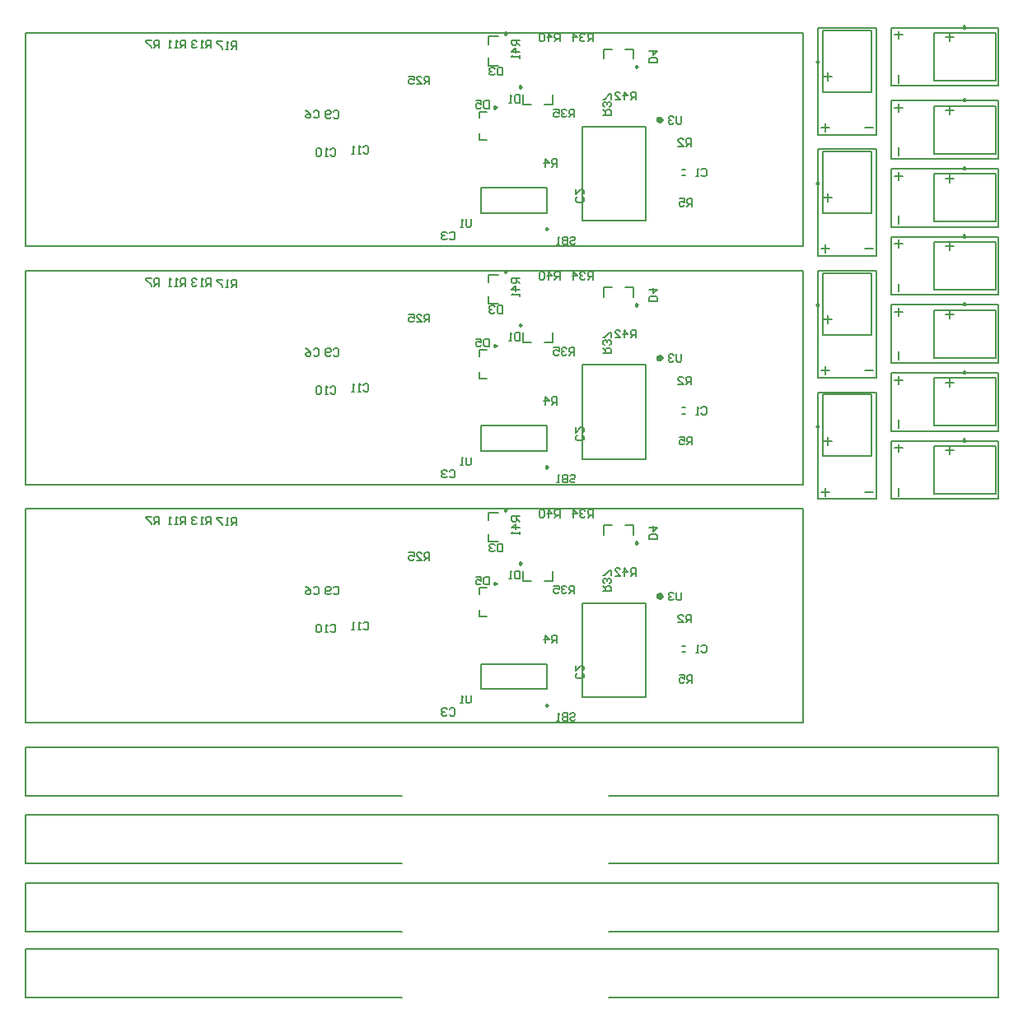
<source format=gbo>
G04*
G04 #@! TF.GenerationSoftware,Altium Limited,Altium Designer,20.1.14 (287)*
G04*
G04 Layer_Color=32896*
%FSLAX25Y25*%
%MOIN*%
G70*
G04*
G04 #@! TF.SameCoordinates,DA88C76E-B398-4153-8C2D-C889442453F1*
G04*
G04*
G04 #@! TF.FilePolarity,Positive*
G04*
G01*
G75*
%ADD58C,0.00669*%
%ADD59C,0.00787*%
%ADD60C,0.01378*%
%ADD61C,0.00984*%
%ADD62C,0.00630*%
%ADD63C,0.00591*%
D58*
X339896Y205709D02*
X343175D01*
X323819Y207349D02*
Y204069D01*
X322179Y205709D02*
X325459D01*
X324803Y228018D02*
Y224738D01*
X323163Y226378D02*
X326443D01*
X339896Y254921D02*
X343175D01*
X323819Y256561D02*
Y253281D01*
X322179Y254921D02*
X325459D01*
X324803Y277230D02*
Y273951D01*
X323163Y275590D02*
X326443D01*
X339896Y304134D02*
X343175D01*
X323819Y305774D02*
Y302494D01*
X322179Y304134D02*
X325459D01*
X324803Y326443D02*
Y323163D01*
X323163Y324803D02*
X326443D01*
X339896Y353346D02*
X343175D01*
X323819Y354986D02*
Y351707D01*
X322179Y353346D02*
X325459D01*
X324803Y375656D02*
Y372376D01*
X323163Y374016D02*
X326443D01*
X353346Y374671D02*
Y371392D01*
X354986Y390748D02*
X351707D01*
X353346Y392388D02*
Y389108D01*
X375656Y389764D02*
X372376D01*
X374016Y391404D02*
Y388124D01*
X353346Y345144D02*
Y341864D01*
X354986Y361221D02*
X351707D01*
X353346Y362860D02*
Y359581D01*
X375656Y360236D02*
X372376D01*
X374016Y361876D02*
Y358596D01*
X353346Y317585D02*
Y314305D01*
X354986Y333661D02*
X351707D01*
X353346Y335301D02*
Y332021D01*
X375656Y332677D02*
X372376D01*
X374016Y334317D02*
Y331037D01*
X353346Y290026D02*
Y286746D01*
X354986Y306102D02*
X351707D01*
X353346Y307742D02*
Y304463D01*
X375656Y305118D02*
X372376D01*
X374016Y306758D02*
Y303478D01*
X353346Y262467D02*
Y259187D01*
X354986Y278543D02*
X351707D01*
X353346Y280183D02*
Y276903D01*
X375656Y277559D02*
X372376D01*
X374016Y279199D02*
Y275919D01*
X353346Y234908D02*
Y231628D01*
X354986Y250984D02*
X351707D01*
X353346Y252624D02*
Y249344D01*
X375656Y250000D02*
X372376D01*
X374016Y251640D02*
Y248360D01*
X353346Y207349D02*
Y204069D01*
X354986Y223425D02*
X351707D01*
X353346Y225065D02*
Y221785D01*
X375656Y222441D02*
X372376D01*
X374016Y224081D02*
Y220801D01*
D59*
X342382Y245083D02*
Y220083D01*
Y245083D02*
X322972D01*
Y220083D01*
X342382D02*
X322972D01*
X342382Y294296D02*
Y269296D01*
Y294296D02*
X322972D01*
Y269296D01*
X342382D02*
X322972D01*
X342382Y343509D02*
Y318509D01*
Y343509D02*
X322972D01*
Y318509D01*
X342382D02*
X322972D01*
X342382Y392721D02*
Y367721D01*
Y392721D02*
X322972D01*
Y367721D01*
X342382D02*
X322972D01*
X392721Y372185D02*
X367721D01*
X392721D02*
Y391595D01*
X367721D01*
Y372185D02*
Y391595D01*
X392721Y342657D02*
X367721D01*
X392721D02*
Y362067D01*
X367721D01*
Y342657D02*
Y362067D01*
X392721Y315098D02*
X367721D01*
X392721D02*
Y334508D01*
X367721D01*
Y315098D02*
Y334508D01*
X392721Y287539D02*
X367721D01*
X392721D02*
Y306949D01*
X367721D01*
Y287539D02*
Y306949D01*
X392721Y259980D02*
X367721D01*
X392721D02*
Y279390D01*
X367721D01*
Y259980D02*
Y279390D01*
X392721Y232421D02*
X367721D01*
X392721D02*
Y251831D01*
X367721D01*
Y232421D02*
Y251831D01*
X392721Y204862D02*
X367721D01*
X392721D02*
Y224272D01*
X367721D01*
Y204862D02*
Y224272D01*
X234252Y385039D02*
X237402D01*
X234252Y381102D02*
Y385039D01*
X242913D02*
X246063D01*
Y381102D02*
Y385039D01*
X187401Y378346D02*
Y381496D01*
Y378346D02*
X191339D01*
X187401Y387008D02*
Y390158D01*
X191339D01*
X183661Y359685D02*
X186870D01*
X183661Y357087D02*
Y359685D01*
Y348189D02*
X186870D01*
X183661D02*
Y350787D01*
X210236Y362598D02*
X213386D01*
Y366535D01*
X201575Y362598D02*
X204724D01*
X201575D02*
Y366535D01*
X265945Y333760D02*
X267126D01*
X265945Y336319D02*
X267126D01*
X184646Y318701D02*
X211024D01*
X184646Y328937D02*
X211024D01*
Y318701D02*
Y328937D01*
X184646Y318701D02*
Y328937D01*
X250984Y315433D02*
Y335433D01*
X225394D02*
X225394Y315433D01*
X250984D01*
Y335433D02*
X250984Y353543D01*
X225394Y335433D02*
Y353543D01*
X250984D01*
X234252Y288583D02*
X237402D01*
X234252Y284646D02*
Y288583D01*
X242913D02*
X246063D01*
Y284646D02*
Y288583D01*
X187401Y281890D02*
Y285039D01*
Y281890D02*
X191339D01*
X187401Y290551D02*
Y293701D01*
X191339D01*
X183661Y263228D02*
X186870D01*
X183661Y260630D02*
Y263228D01*
Y251732D02*
X186870D01*
X183661D02*
Y254331D01*
X210236Y266142D02*
X213386D01*
Y270079D01*
X201575Y266142D02*
X204724D01*
X201575D02*
Y270079D01*
X265945Y237303D02*
X267126D01*
X265945Y239862D02*
X267126D01*
X184646Y222244D02*
X211024D01*
X184646Y232480D02*
X211024D01*
Y222244D02*
Y232480D01*
X184646Y222244D02*
Y232480D01*
X250984Y218976D02*
Y238976D01*
X225394D02*
X225394Y218976D01*
X250984D01*
Y238976D02*
X250984Y257087D01*
X225394Y238976D02*
Y257087D01*
X250984D01*
X234252Y192126D02*
X237402D01*
X234252Y188189D02*
Y192126D01*
X242913D02*
X246063D01*
Y188189D02*
Y192126D01*
X187401Y185433D02*
Y188583D01*
Y185433D02*
X191339D01*
X187401Y194095D02*
Y197244D01*
X191339D01*
X183661Y166772D02*
X186870D01*
X183661Y164173D02*
Y166772D01*
Y155276D02*
X186870D01*
X183661D02*
Y157874D01*
X210236Y169685D02*
X213386D01*
Y173622D01*
X201575Y169685D02*
X204724D01*
X201575D02*
Y173622D01*
X265945Y140847D02*
X267126D01*
X265945Y143405D02*
X267126D01*
X184646Y125787D02*
X211024D01*
X184646Y136024D02*
X211024D01*
Y125787D02*
Y136024D01*
X184646Y125787D02*
Y136024D01*
X250984Y122520D02*
Y142520D01*
X225394D02*
X225394Y122520D01*
X250984D01*
Y142520D02*
X250984Y160630D01*
X225394Y142520D02*
Y160630D01*
X250984D01*
D60*
X257677Y356299D02*
X257133Y357048D01*
X256253Y356762D01*
Y355836D01*
X257133Y355550D01*
X257677Y356299D01*
Y259842D02*
X257133Y260591D01*
X256253Y260305D01*
Y259380D01*
X257133Y259094D01*
X257677Y259842D01*
Y163386D02*
X257133Y164135D01*
X256253Y163849D01*
Y162923D01*
X257133Y162637D01*
X257677Y163386D01*
D61*
X320118Y232283D02*
X320856Y231857D01*
Y232710D01*
X320118Y232283D01*
Y281496D02*
X320856Y281070D01*
Y281922D01*
X320118Y281496D01*
X320118Y330709D02*
X320856Y330282D01*
Y331135D01*
X320118Y330709D01*
X320118Y379921D02*
X320856Y379495D01*
Y380347D01*
X320118Y379921D01*
X379921Y394449D02*
X379495Y393711D01*
X380347D01*
X379921Y394449D01*
X379921Y364921D02*
X379495Y364183D01*
X380347D01*
X379921Y364921D01*
Y337362D02*
X379495Y336624D01*
X380347D01*
X379921Y337362D01*
X379921Y309803D02*
X379495Y309065D01*
X380347D01*
X379921Y309803D01*
Y282244D02*
X379495Y281506D01*
X380347D01*
X379921Y282244D01*
Y254685D02*
X379495Y253947D01*
X380347D01*
X379921Y254685D01*
X379921Y227126D02*
X379495Y226388D01*
X380347D01*
X379921Y227126D01*
X247736Y377953D02*
X246998Y378379D01*
Y377527D01*
X247736Y377953D01*
X194980Y391339D02*
X194242Y391765D01*
Y390912D01*
X194980Y391339D01*
X190650Y361417D02*
X189911Y361844D01*
Y360991D01*
X190650Y361417D01*
X200886Y369685D02*
X200148Y370111D01*
Y369259D01*
X200886Y369685D01*
X211516Y312205D02*
X210777Y312631D01*
Y311779D01*
X211516Y312205D01*
X247736Y281496D02*
X246998Y281922D01*
Y281070D01*
X247736Y281496D01*
X194980Y294882D02*
X194242Y295308D01*
Y294456D01*
X194980Y294882D01*
X190650Y264961D02*
X189911Y265387D01*
Y264534D01*
X190650Y264961D01*
X200886Y273228D02*
X200148Y273655D01*
Y272802D01*
X200886Y273228D01*
X211516Y215748D02*
X210777Y216174D01*
Y215322D01*
X211516Y215748D01*
X247736Y185039D02*
X246998Y185466D01*
Y184613D01*
X247736Y185039D01*
X194980Y198425D02*
X194242Y198851D01*
Y197999D01*
X194980Y198425D01*
X190650Y168504D02*
X189911Y168930D01*
Y168078D01*
X190650Y168504D01*
X200886Y176772D02*
X200148Y177198D01*
Y176346D01*
X200886Y176772D01*
X211516Y119291D02*
X210777Y119718D01*
Y118865D01*
X211516Y119291D01*
D62*
X344488Y246063D02*
Y202756D01*
X320866D01*
Y246063D02*
Y202756D01*
X344488Y246063D02*
X320866D01*
X344488Y295276D02*
Y251969D01*
X320866D01*
Y295276D02*
Y251969D01*
X344488Y295276D02*
X320866D01*
X344488Y344488D02*
Y301181D01*
X320866D01*
Y344488D02*
Y301181D01*
X344488Y344488D02*
X320866D01*
X344488Y393701D02*
Y350394D01*
X320866D01*
Y393701D02*
Y350394D01*
X344488Y393701D02*
X320866D01*
X393701Y370079D02*
X350394D01*
Y393701D01*
X393701D02*
X350394D01*
X393701Y370079D02*
Y393701D01*
X393701Y340551D02*
X350394D01*
Y364173D01*
X393701D02*
X350394D01*
X393701Y340551D02*
Y364173D01*
Y312992D02*
X350394D01*
Y336614D01*
X393701D02*
X350394D01*
X393701Y312992D02*
Y336614D01*
X393701Y285433D02*
X350394D01*
Y309055D01*
X393701D02*
X350394D01*
X393701Y285433D02*
Y309055D01*
Y257874D02*
X350394D01*
Y281496D01*
X393701D02*
X350394D01*
X393701Y257874D02*
Y281496D01*
Y230315D02*
X350394D01*
Y253937D01*
X393701D02*
X350394D01*
X393701Y230315D02*
Y253937D01*
X393701Y202756D02*
X350394D01*
Y226378D01*
X393701D02*
X350394D01*
X393701Y202756D02*
Y226378D01*
X-0Y305118D02*
Y391732D01*
X314961D01*
Y305118D02*
Y391732D01*
X-0Y305118D02*
X314961D01*
X-0Y208662D02*
Y295276D01*
X314961D01*
Y208662D02*
Y295276D01*
X-0Y208662D02*
X314961D01*
X393693Y82642D02*
Y102327D01*
X236213Y82642D02*
X393693D01*
X-8Y102327D02*
X393693D01*
X-8Y82642D02*
X152551D01*
X-8D02*
Y102327D01*
X393693Y55083D02*
Y74768D01*
X236213Y55083D02*
X393693D01*
X-8Y74768D02*
X393693D01*
X-8Y55083D02*
X152551D01*
X-8D02*
Y74768D01*
X393693Y27524D02*
Y47209D01*
X236213Y27524D02*
X393693D01*
X-8Y47209D02*
X393693D01*
X-8Y27524D02*
X152551D01*
X-8D02*
Y47209D01*
X393693Y752D02*
Y20437D01*
X236213Y752D02*
X393693D01*
X-8Y20437D02*
X393693D01*
X-8Y752D02*
X152551D01*
X-8D02*
Y20437D01*
X-0Y112205D02*
Y198819D01*
X314961D01*
Y112205D02*
Y198819D01*
X-0Y112205D02*
X314961D01*
D63*
X247112Y364567D02*
Y367716D01*
X245537D01*
X245012Y367191D01*
Y366142D01*
X245537Y365617D01*
X247112D01*
X246062D02*
X245012Y364567D01*
X242389D02*
Y367716D01*
X243963Y366142D01*
X241864D01*
X238715Y364567D02*
X240814D01*
X238715Y366667D01*
Y367191D01*
X239240Y367716D01*
X240289D01*
X240814Y367191D01*
X199999Y388713D02*
X196851D01*
Y387139D01*
X197376Y386614D01*
X198425D01*
X198950Y387139D01*
Y388713D01*
Y387663D02*
X199999Y386614D01*
Y383990D02*
X196851D01*
X198425Y385564D01*
Y383465D01*
X199999Y382416D02*
Y381366D01*
Y381891D01*
X196851D01*
X197376Y382416D01*
X265616Y357874D02*
Y355250D01*
X265091Y354725D01*
X264042D01*
X263517Y355250D01*
Y357874D01*
X262467Y357349D02*
X261943Y357874D01*
X260893D01*
X260368Y357349D01*
Y356824D01*
X260893Y356299D01*
X261418D01*
X260893D01*
X260368Y355774D01*
Y355250D01*
X260893Y354725D01*
X261943D01*
X262467Y355250D01*
X220472Y308530D02*
X220997Y309055D01*
X222046D01*
X222571Y308530D01*
Y308005D01*
X222046Y307480D01*
X220997D01*
X220472Y306956D01*
Y306431D01*
X220997Y305906D01*
X222046D01*
X222571Y306431D01*
X219422Y309055D02*
Y305906D01*
X217848D01*
X217323Y306431D01*
Y306956D01*
X217848Y307480D01*
X219422D01*
X217848D01*
X217323Y308005D01*
Y308530D01*
X217848Y309055D01*
X219422D01*
X216274Y305906D02*
X215224D01*
X215749D01*
Y309055D01*
X216274Y308530D01*
X216403Y388190D02*
Y391338D01*
X214828D01*
X214304Y390813D01*
Y389764D01*
X214828Y389239D01*
X216403D01*
X215353D02*
X214304Y388190D01*
X211680D02*
Y391338D01*
X213254Y389764D01*
X211155D01*
X210106Y390813D02*
X209581Y391338D01*
X208531D01*
X208007Y390813D01*
Y388714D01*
X208531Y388190D01*
X209581D01*
X210106Y388714D01*
Y390813D01*
X233859Y358400D02*
X237007D01*
Y359975D01*
X236483Y360499D01*
X235433D01*
X234908Y359975D01*
Y358400D01*
Y359450D02*
X233859Y360499D01*
X236483Y361549D02*
X237007Y362074D01*
Y363123D01*
X236483Y363648D01*
X235958D01*
X235433Y363123D01*
Y362598D01*
Y363123D01*
X234908Y363648D01*
X234384D01*
X233859Y363123D01*
Y362074D01*
X234384Y361549D01*
X237007Y364698D02*
Y366797D01*
X236483D01*
X234384Y364698D01*
X233859D01*
X222308Y357481D02*
Y360629D01*
X220734D01*
X220209Y360105D01*
Y359055D01*
X220734Y358530D01*
X222308D01*
X221259D02*
X220209Y357481D01*
X219160Y360105D02*
X218635Y360629D01*
X217585D01*
X217061Y360105D01*
Y359580D01*
X217585Y359055D01*
X218110D01*
X217585D01*
X217061Y358530D01*
Y358006D01*
X217585Y357481D01*
X218635D01*
X219160Y358006D01*
X213912Y360629D02*
X216011D01*
Y359055D01*
X214962Y359580D01*
X214437D01*
X213912Y359055D01*
Y358006D01*
X214437Y357481D01*
X215486D01*
X216011Y358006D01*
X229789Y388190D02*
Y391338D01*
X228214D01*
X227690Y390813D01*
Y389764D01*
X228214Y389239D01*
X229789D01*
X228739D02*
X227690Y388190D01*
X226640Y390813D02*
X226115Y391338D01*
X225066D01*
X224541Y390813D01*
Y390289D01*
X225066Y389764D01*
X225590D01*
X225066D01*
X224541Y389239D01*
Y388714D01*
X225066Y388190D01*
X226115D01*
X226640Y388714D01*
X221917Y388190D02*
Y391338D01*
X223491Y389764D01*
X221392D01*
X85432Y385040D02*
Y388189D01*
X83858D01*
X83333Y387664D01*
Y386614D01*
X83858Y386089D01*
X85432D01*
X84382D02*
X83333Y385040D01*
X82283D02*
X81234D01*
X81758D01*
Y388189D01*
X82283Y387664D01*
X79659Y388189D02*
X77560D01*
Y387664D01*
X79659Y385565D01*
Y385040D01*
X75195Y385434D02*
Y388582D01*
X73621D01*
X73097Y388057D01*
Y387008D01*
X73621Y386483D01*
X75195D01*
X74146D02*
X73097Y385434D01*
X72047D02*
X70997D01*
X71522D01*
Y388582D01*
X72047Y388057D01*
X69423D02*
X68898Y388582D01*
X67849D01*
X67324Y388057D01*
Y387533D01*
X67849Y387008D01*
X68374D01*
X67849D01*
X67324Y386483D01*
Y385958D01*
X67849Y385434D01*
X68898D01*
X69423Y385958D01*
X64828Y385434D02*
Y388582D01*
X63254D01*
X62729Y388057D01*
Y387008D01*
X63254Y386483D01*
X64828D01*
X63779D02*
X62729Y385434D01*
X61680D02*
X60630D01*
X61155D01*
Y388582D01*
X61680Y388057D01*
X59056Y385434D02*
X58006D01*
X58531D01*
Y388582D01*
X59056Y388057D01*
X54199Y385434D02*
Y388582D01*
X52624D01*
X52100Y388057D01*
Y387008D01*
X52624Y386483D01*
X54199D01*
X53149D02*
X52100Y385434D01*
X51050Y388582D02*
X48951D01*
Y388057D01*
X51050Y385958D01*
Y385434D01*
X269947Y321260D02*
Y324409D01*
X268372D01*
X267848Y323884D01*
Y322835D01*
X268372Y322310D01*
X269947D01*
X268897D02*
X267848Y321260D01*
X264699Y324409D02*
X266798D01*
Y322835D01*
X265749Y323359D01*
X265224D01*
X264699Y322835D01*
Y321785D01*
X265224Y321260D01*
X266273D01*
X266798Y321785D01*
X269553Y345670D02*
Y348818D01*
X267979D01*
X267454Y348294D01*
Y347244D01*
X267979Y346719D01*
X269553D01*
X268503D02*
X267454Y345670D01*
X264305D02*
X266404D01*
X264305Y347769D01*
Y348294D01*
X264830Y348818D01*
X265880D01*
X266404Y348294D01*
X255781Y379408D02*
X252632D01*
Y380982D01*
X253157Y381507D01*
X255256D01*
X255781Y380982D01*
Y379408D01*
X252632Y384131D02*
X255781D01*
X254206Y382557D01*
Y384656D01*
X193175Y377559D02*
Y374410D01*
X191601D01*
X191076Y374935D01*
Y377034D01*
X191601Y377559D01*
X193175D01*
X190026Y377034D02*
X189502Y377559D01*
X188452D01*
X187927Y377034D01*
Y376509D01*
X188452Y375984D01*
X188977D01*
X188452D01*
X187927Y375460D01*
Y374935D01*
X188452Y374410D01*
X189502D01*
X190026Y374935D01*
X200131Y366535D02*
Y363386D01*
X198556D01*
X198031Y363911D01*
Y366010D01*
X198556Y366535D01*
X200131D01*
X196982Y363386D02*
X195932D01*
X196457D01*
Y366535D01*
X196982Y366010D01*
X136879Y345341D02*
X137403Y345866D01*
X138453D01*
X138978Y345341D01*
Y343242D01*
X138453Y342717D01*
X137403D01*
X136879Y343242D01*
X135829Y342717D02*
X134779D01*
X135304D01*
Y345866D01*
X135829Y345341D01*
X133205Y342717D02*
X132156D01*
X132680D01*
Y345866D01*
X133205Y345341D01*
X273622Y336089D02*
X274147Y336614D01*
X275196D01*
X275721Y336089D01*
Y333990D01*
X275196Y333465D01*
X274147D01*
X273622Y333990D01*
X272572Y333465D02*
X271523D01*
X272048D01*
Y336614D01*
X272572Y336089D01*
X180446Y316141D02*
Y313517D01*
X179921Y312993D01*
X178871D01*
X178346Y313517D01*
Y316141D01*
X177297Y312993D02*
X176247D01*
X176772D01*
Y316141D01*
X177297Y315616D01*
X215222Y337402D02*
Y340551D01*
X213648D01*
X213123Y340026D01*
Y338976D01*
X213648Y338452D01*
X215222D01*
X214173D02*
X213123Y337402D01*
X210499D02*
Y340551D01*
X212074Y338976D01*
X209975D01*
X163647Y370867D02*
Y374015D01*
X162073D01*
X161548Y373491D01*
Y372441D01*
X162073Y371916D01*
X163647D01*
X162597D02*
X161548Y370867D01*
X158399D02*
X160498D01*
X158399Y372966D01*
Y373491D01*
X158924Y374015D01*
X159974D01*
X160498Y373491D01*
X155251Y374015D02*
X157350D01*
Y372441D01*
X156300Y372966D01*
X155775D01*
X155251Y372441D01*
Y371391D01*
X155775Y370867D01*
X156825D01*
X157350Y371391D01*
X187663Y364173D02*
Y361024D01*
X186089D01*
X185564Y361549D01*
Y363648D01*
X186089Y364173D01*
X187663D01*
X182415D02*
X184515D01*
Y362598D01*
X183465Y363123D01*
X182940D01*
X182415Y362598D01*
Y361549D01*
X182940Y361024D01*
X183990D01*
X184515Y361549D01*
X123490Y344357D02*
X124015Y344881D01*
X125065D01*
X125589Y344357D01*
Y342258D01*
X125065Y341733D01*
X124015D01*
X123490Y342258D01*
X122441Y341733D02*
X121391D01*
X121916D01*
Y344881D01*
X122441Y344357D01*
X119817D02*
X119292Y344881D01*
X118243D01*
X117718Y344357D01*
Y342258D01*
X118243Y341733D01*
X119292D01*
X119817Y342258D01*
Y344357D01*
X124766Y359695D02*
X125290Y360220D01*
X126340D01*
X126865Y359695D01*
Y357596D01*
X126340Y357071D01*
X125290D01*
X124766Y357596D01*
X123716D02*
X123191Y357071D01*
X122142D01*
X121617Y357596D01*
Y359695D01*
X122142Y360220D01*
X123191D01*
X123716Y359695D01*
Y359171D01*
X123191Y358646D01*
X121617D01*
X171785Y310498D02*
X172309Y311023D01*
X173359D01*
X173884Y310498D01*
Y308399D01*
X173359Y307875D01*
X172309D01*
X171785Y308399D01*
X170735Y310498D02*
X170210Y311023D01*
X169161D01*
X168636Y310498D01*
Y309974D01*
X169161Y309449D01*
X169685D01*
X169161D01*
X168636Y308924D01*
Y308399D01*
X169161Y307875D01*
X170210D01*
X170735Y308399D01*
X225472Y325102D02*
X225996Y324577D01*
Y323527D01*
X225472Y323003D01*
X223373D01*
X222848Y323527D01*
Y324577D01*
X223373Y325102D01*
X222848Y328250D02*
Y326151D01*
X224947Y328250D01*
X225472D01*
X225996Y327725D01*
Y326676D01*
X225472Y326151D01*
X116666Y359711D02*
X117191Y360236D01*
X118241D01*
X118765Y359711D01*
Y357612D01*
X118241Y357087D01*
X117191D01*
X116666Y357612D01*
X113518Y360236D02*
X114567Y359711D01*
X115617Y358662D01*
Y357612D01*
X115092Y357087D01*
X114043D01*
X113518Y357612D01*
Y358137D01*
X114043Y358662D01*
X115617D01*
X247112Y268111D02*
Y271259D01*
X245537D01*
X245012Y270735D01*
Y269685D01*
X245537Y269160D01*
X247112D01*
X246062D02*
X245012Y268111D01*
X242389D02*
Y271259D01*
X243963Y269685D01*
X241864D01*
X238715Y268111D02*
X240814D01*
X238715Y270210D01*
Y270735D01*
X239240Y271259D01*
X240289D01*
X240814Y270735D01*
X199999Y292256D02*
X196851D01*
Y290682D01*
X197376Y290157D01*
X198425D01*
X198950Y290682D01*
Y292256D01*
Y291207D02*
X199999Y290157D01*
Y287533D02*
X196851D01*
X198425Y289107D01*
Y287008D01*
X199999Y285959D02*
Y284909D01*
Y285434D01*
X196851D01*
X197376Y285959D01*
X265616Y261417D02*
Y258793D01*
X265091Y258268D01*
X264042D01*
X263517Y258793D01*
Y261417D01*
X262467Y260892D02*
X261943Y261417D01*
X260893D01*
X260368Y260892D01*
Y260367D01*
X260893Y259843D01*
X261418D01*
X260893D01*
X260368Y259318D01*
Y258793D01*
X260893Y258268D01*
X261943D01*
X262467Y258793D01*
X220472Y212073D02*
X220997Y212598D01*
X222046D01*
X222571Y212073D01*
Y211548D01*
X222046Y211024D01*
X220997D01*
X220472Y210499D01*
Y209974D01*
X220997Y209449D01*
X222046D01*
X222571Y209974D01*
X219422Y212598D02*
Y209449D01*
X217848D01*
X217323Y209974D01*
Y210499D01*
X217848Y211024D01*
X219422D01*
X217848D01*
X217323Y211548D01*
Y212073D01*
X217848Y212598D01*
X219422D01*
X216274Y209449D02*
X215224D01*
X215749D01*
Y212598D01*
X216274Y212073D01*
X216403Y291733D02*
Y294881D01*
X214828D01*
X214304Y294357D01*
Y293307D01*
X214828Y292782D01*
X216403D01*
X215353D02*
X214304Y291733D01*
X211680D02*
Y294881D01*
X213254Y293307D01*
X211155D01*
X210106Y294357D02*
X209581Y294881D01*
X208531D01*
X208007Y294357D01*
Y292258D01*
X208531Y291733D01*
X209581D01*
X210106Y292258D01*
Y294357D01*
X233859Y261944D02*
X237007D01*
Y263518D01*
X236483Y264043D01*
X235433D01*
X234908Y263518D01*
Y261944D01*
Y262993D02*
X233859Y264043D01*
X236483Y265092D02*
X237007Y265617D01*
Y266667D01*
X236483Y267191D01*
X235958D01*
X235433Y266667D01*
Y266142D01*
Y266667D01*
X234908Y267191D01*
X234384D01*
X233859Y266667D01*
Y265617D01*
X234384Y265092D01*
X237007Y268241D02*
Y270340D01*
X236483D01*
X234384Y268241D01*
X233859D01*
X222308Y261024D02*
Y264173D01*
X220734D01*
X220209Y263648D01*
Y262598D01*
X220734Y262074D01*
X222308D01*
X221259D02*
X220209Y261024D01*
X219160Y263648D02*
X218635Y264173D01*
X217585D01*
X217061Y263648D01*
Y263123D01*
X217585Y262598D01*
X218110D01*
X217585D01*
X217061Y262074D01*
Y261549D01*
X217585Y261024D01*
X218635D01*
X219160Y261549D01*
X213912Y264173D02*
X216011D01*
Y262598D01*
X214962Y263123D01*
X214437D01*
X213912Y262598D01*
Y261549D01*
X214437Y261024D01*
X215486D01*
X216011Y261549D01*
X229789Y291733D02*
Y294881D01*
X228214D01*
X227690Y294357D01*
Y293307D01*
X228214Y292782D01*
X229789D01*
X228739D02*
X227690Y291733D01*
X226640Y294357D02*
X226115Y294881D01*
X225066D01*
X224541Y294357D01*
Y293832D01*
X225066Y293307D01*
X225590D01*
X225066D01*
X224541Y292782D01*
Y292258D01*
X225066Y291733D01*
X226115D01*
X226640Y292258D01*
X221917Y291733D02*
Y294881D01*
X223491Y293307D01*
X221392D01*
X85432Y288583D02*
Y291732D01*
X83858D01*
X83333Y291207D01*
Y290158D01*
X83858Y289633D01*
X85432D01*
X84382D02*
X83333Y288583D01*
X82283D02*
X81234D01*
X81758D01*
Y291732D01*
X82283Y291207D01*
X79659Y291732D02*
X77560D01*
Y291207D01*
X79659Y289108D01*
Y288583D01*
X75195Y288977D02*
Y292126D01*
X73621D01*
X73097Y291601D01*
Y290551D01*
X73621Y290026D01*
X75195D01*
X74146D02*
X73097Y288977D01*
X72047D02*
X70997D01*
X71522D01*
Y292126D01*
X72047Y291601D01*
X69423D02*
X68898Y292126D01*
X67849D01*
X67324Y291601D01*
Y291076D01*
X67849Y290551D01*
X68374D01*
X67849D01*
X67324Y290026D01*
Y289502D01*
X67849Y288977D01*
X68898D01*
X69423Y289502D01*
X64828Y288977D02*
Y292126D01*
X63254D01*
X62729Y291601D01*
Y290551D01*
X63254Y290026D01*
X64828D01*
X63779D02*
X62729Y288977D01*
X61680D02*
X60630D01*
X61155D01*
Y292126D01*
X61680Y291601D01*
X59056Y288977D02*
X58006D01*
X58531D01*
Y292126D01*
X59056Y291601D01*
X54199Y288977D02*
Y292126D01*
X52624D01*
X52100Y291601D01*
Y290551D01*
X52624Y290026D01*
X54199D01*
X53149D02*
X52100Y288977D01*
X51050Y292126D02*
X48951D01*
Y291601D01*
X51050Y289502D01*
Y288977D01*
X269947Y224804D02*
Y227952D01*
X268372D01*
X267848Y227428D01*
Y226378D01*
X268372Y225853D01*
X269947D01*
X268897D02*
X267848Y224804D01*
X264699Y227952D02*
X266798D01*
Y226378D01*
X265749Y226903D01*
X265224D01*
X264699Y226378D01*
Y225328D01*
X265224Y224804D01*
X266273D01*
X266798Y225328D01*
X269553Y249213D02*
Y252362D01*
X267979D01*
X267454Y251837D01*
Y250787D01*
X267979Y250263D01*
X269553D01*
X268503D02*
X267454Y249213D01*
X264305D02*
X266404D01*
X264305Y251312D01*
Y251837D01*
X264830Y252362D01*
X265880D01*
X266404Y251837D01*
X255781Y282951D02*
X252632D01*
Y284526D01*
X253157Y285050D01*
X255256D01*
X255781Y284526D01*
Y282951D01*
X252632Y287674D02*
X255781D01*
X254206Y286100D01*
Y288199D01*
X193175Y281102D02*
Y277953D01*
X191601D01*
X191076Y278478D01*
Y280577D01*
X191601Y281102D01*
X193175D01*
X190026Y280577D02*
X189502Y281102D01*
X188452D01*
X187927Y280577D01*
Y280052D01*
X188452Y279528D01*
X188977D01*
X188452D01*
X187927Y279003D01*
Y278478D01*
X188452Y277953D01*
X189502D01*
X190026Y278478D01*
X200131Y270078D02*
Y266930D01*
X198556D01*
X198031Y267454D01*
Y269553D01*
X198556Y270078D01*
X200131D01*
X196982Y266930D02*
X195932D01*
X196457D01*
Y270078D01*
X196982Y269553D01*
X136879Y248884D02*
X137403Y249409D01*
X138453D01*
X138978Y248884D01*
Y246785D01*
X138453Y246260D01*
X137403D01*
X136879Y246785D01*
X135829Y246260D02*
X134779D01*
X135304D01*
Y249409D01*
X135829Y248884D01*
X133205Y246260D02*
X132156D01*
X132680D01*
Y249409D01*
X133205Y248884D01*
X273622Y239632D02*
X274147Y240157D01*
X275196D01*
X275721Y239632D01*
Y237533D01*
X275196Y237008D01*
X274147D01*
X273622Y237533D01*
X272572Y237008D02*
X271523D01*
X272048D01*
Y240157D01*
X272572Y239632D01*
X180446Y219685D02*
Y217061D01*
X179921Y216536D01*
X178871D01*
X178346Y217061D01*
Y219685D01*
X177297Y216536D02*
X176247D01*
X176772D01*
Y219685D01*
X177297Y219160D01*
X215222Y240945D02*
Y244094D01*
X213648D01*
X213123Y243569D01*
Y242520D01*
X213648Y241995D01*
X215222D01*
X214173D02*
X213123Y240945D01*
X210499D02*
Y244094D01*
X212074Y242520D01*
X209975D01*
X163647Y274410D02*
Y277559D01*
X162073D01*
X161548Y277034D01*
Y275984D01*
X162073Y275460D01*
X163647D01*
X162597D02*
X161548Y274410D01*
X158399D02*
X160498D01*
X158399Y276509D01*
Y277034D01*
X158924Y277559D01*
X159974D01*
X160498Y277034D01*
X155251Y277559D02*
X157350D01*
Y275984D01*
X156300Y276509D01*
X155775D01*
X155251Y275984D01*
Y274935D01*
X155775Y274410D01*
X156825D01*
X157350Y274935D01*
X187663Y267716D02*
Y264567D01*
X186089D01*
X185564Y265092D01*
Y267191D01*
X186089Y267716D01*
X187663D01*
X182415D02*
X184515D01*
Y266142D01*
X183465Y266667D01*
X182940D01*
X182415Y266142D01*
Y265092D01*
X182940Y264567D01*
X183990D01*
X184515Y265092D01*
X123490Y247900D02*
X124015Y248425D01*
X125065D01*
X125589Y247900D01*
Y245801D01*
X125065Y245276D01*
X124015D01*
X123490Y245801D01*
X122441Y245276D02*
X121391D01*
X121916D01*
Y248425D01*
X122441Y247900D01*
X119817D02*
X119292Y248425D01*
X118243D01*
X117718Y247900D01*
Y245801D01*
X118243Y245276D01*
X119292D01*
X119817Y245801D01*
Y247900D01*
X124766Y263239D02*
X125290Y263763D01*
X126340D01*
X126865Y263239D01*
Y261139D01*
X126340Y260615D01*
X125290D01*
X124766Y261139D01*
X123716D02*
X123191Y260615D01*
X122142D01*
X121617Y261139D01*
Y263239D01*
X122142Y263763D01*
X123191D01*
X123716Y263239D01*
Y262714D01*
X123191Y262189D01*
X121617D01*
X171785Y214042D02*
X172309Y214566D01*
X173359D01*
X173884Y214042D01*
Y211943D01*
X173359Y211418D01*
X172309D01*
X171785Y211943D01*
X170735Y214042D02*
X170210Y214566D01*
X169161D01*
X168636Y214042D01*
Y213517D01*
X169161Y212992D01*
X169685D01*
X169161D01*
X168636Y212467D01*
Y211943D01*
X169161Y211418D01*
X170210D01*
X170735Y211943D01*
X225472Y228645D02*
X225996Y228120D01*
Y227071D01*
X225472Y226546D01*
X223373D01*
X222848Y227071D01*
Y228120D01*
X223373Y228645D01*
X222848Y231793D02*
Y229695D01*
X224947Y231793D01*
X225472D01*
X225996Y231269D01*
Y230219D01*
X225472Y229695D01*
X116666Y263254D02*
X117191Y263779D01*
X118241D01*
X118765Y263254D01*
Y261155D01*
X118241Y260630D01*
X117191D01*
X116666Y261155D01*
X113518Y263779D02*
X114567Y263254D01*
X115617Y262205D01*
Y261155D01*
X115092Y260630D01*
X114043D01*
X113518Y261155D01*
Y261680D01*
X114043Y262205D01*
X115617D01*
X247112Y171654D02*
Y174803D01*
X245537D01*
X245012Y174278D01*
Y173228D01*
X245537Y172704D01*
X247112D01*
X246062D02*
X245012Y171654D01*
X242389D02*
Y174803D01*
X243963Y173228D01*
X241864D01*
X238715Y171654D02*
X240814D01*
X238715Y173753D01*
Y174278D01*
X239240Y174803D01*
X240289D01*
X240814Y174278D01*
X199999Y195799D02*
X196851D01*
Y194225D01*
X197376Y193700D01*
X198425D01*
X198950Y194225D01*
Y195799D01*
Y194750D02*
X199999Y193700D01*
Y191077D02*
X196851D01*
X198425Y192651D01*
Y190552D01*
X199999Y189502D02*
Y188453D01*
Y188977D01*
X196851D01*
X197376Y189502D01*
X265616Y164960D02*
Y162336D01*
X265091Y161812D01*
X264042D01*
X263517Y162336D01*
Y164960D01*
X262467Y164435D02*
X261943Y164960D01*
X260893D01*
X260368Y164435D01*
Y163911D01*
X260893Y163386D01*
X261418D01*
X260893D01*
X260368Y162861D01*
Y162336D01*
X260893Y161812D01*
X261943D01*
X262467Y162336D01*
X220472Y115617D02*
X220997Y116141D01*
X222046D01*
X222571Y115617D01*
Y115092D01*
X222046Y114567D01*
X220997D01*
X220472Y114042D01*
Y113517D01*
X220997Y112993D01*
X222046D01*
X222571Y113517D01*
X219422Y116141D02*
Y112993D01*
X217848D01*
X217323Y113517D01*
Y114042D01*
X217848Y114567D01*
X219422D01*
X217848D01*
X217323Y115092D01*
Y115617D01*
X217848Y116141D01*
X219422D01*
X216274Y112993D02*
X215224D01*
X215749D01*
Y116141D01*
X216274Y115617D01*
X216403Y195276D02*
Y198425D01*
X214828D01*
X214304Y197900D01*
Y196850D01*
X214828Y196326D01*
X216403D01*
X215353D02*
X214304Y195276D01*
X211680D02*
Y198425D01*
X213254Y196850D01*
X211155D01*
X210106Y197900D02*
X209581Y198425D01*
X208531D01*
X208007Y197900D01*
Y195801D01*
X208531Y195276D01*
X209581D01*
X210106Y195801D01*
Y197900D01*
X233859Y165487D02*
X237007D01*
Y167061D01*
X236483Y167586D01*
X235433D01*
X234908Y167061D01*
Y165487D01*
Y166536D02*
X233859Y167586D01*
X236483Y168635D02*
X237007Y169160D01*
Y170210D01*
X236483Y170735D01*
X235958D01*
X235433Y170210D01*
Y169685D01*
Y170210D01*
X234908Y170735D01*
X234384D01*
X233859Y170210D01*
Y169160D01*
X234384Y168635D01*
X237007Y171784D02*
Y173883D01*
X236483D01*
X234384Y171784D01*
X233859D01*
X222308Y164567D02*
Y167716D01*
X220734D01*
X220209Y167191D01*
Y166142D01*
X220734Y165617D01*
X222308D01*
X221259D02*
X220209Y164567D01*
X219160Y167191D02*
X218635Y167716D01*
X217585D01*
X217061Y167191D01*
Y166666D01*
X217585Y166142D01*
X218110D01*
X217585D01*
X217061Y165617D01*
Y165092D01*
X217585Y164567D01*
X218635D01*
X219160Y165092D01*
X213912Y167716D02*
X216011D01*
Y166142D01*
X214962Y166666D01*
X214437D01*
X213912Y166142D01*
Y165092D01*
X214437Y164567D01*
X215486D01*
X216011Y165092D01*
X229789Y195276D02*
Y198425D01*
X228214D01*
X227690Y197900D01*
Y196850D01*
X228214Y196326D01*
X229789D01*
X228739D02*
X227690Y195276D01*
X226640Y197900D02*
X226115Y198425D01*
X225066D01*
X224541Y197900D01*
Y197375D01*
X225066Y196850D01*
X225590D01*
X225066D01*
X224541Y196326D01*
Y195801D01*
X225066Y195276D01*
X226115D01*
X226640Y195801D01*
X221917Y195276D02*
Y198425D01*
X223491Y196850D01*
X221392D01*
X85432Y192127D02*
Y195275D01*
X83858D01*
X83333Y194750D01*
Y193701D01*
X83858Y193176D01*
X85432D01*
X84382D02*
X83333Y192127D01*
X82283D02*
X81234D01*
X81758D01*
Y195275D01*
X82283Y194750D01*
X79659Y195275D02*
X77560D01*
Y194750D01*
X79659Y192651D01*
Y192127D01*
X75195Y192520D02*
Y195669D01*
X73621D01*
X73097Y195144D01*
Y194095D01*
X73621Y193570D01*
X75195D01*
X74146D02*
X73097Y192520D01*
X72047D02*
X70997D01*
X71522D01*
Y195669D01*
X72047Y195144D01*
X69423D02*
X68898Y195669D01*
X67849D01*
X67324Y195144D01*
Y194619D01*
X67849Y194095D01*
X68374D01*
X67849D01*
X67324Y193570D01*
Y193045D01*
X67849Y192520D01*
X68898D01*
X69423Y193045D01*
X64828Y192520D02*
Y195669D01*
X63254D01*
X62729Y195144D01*
Y194095D01*
X63254Y193570D01*
X64828D01*
X63779D02*
X62729Y192520D01*
X61680D02*
X60630D01*
X61155D01*
Y195669D01*
X61680Y195144D01*
X59056Y192520D02*
X58006D01*
X58531D01*
Y195669D01*
X59056Y195144D01*
X54199Y192520D02*
Y195669D01*
X52624D01*
X52100Y195144D01*
Y194095D01*
X52624Y193570D01*
X54199D01*
X53149D02*
X52100Y192520D01*
X51050Y195669D02*
X48951D01*
Y195144D01*
X51050Y193045D01*
Y192520D01*
X269947Y128347D02*
Y131496D01*
X268372D01*
X267848Y130971D01*
Y129921D01*
X268372Y129396D01*
X269947D01*
X268897D02*
X267848Y128347D01*
X264699Y131496D02*
X266798D01*
Y129921D01*
X265749Y130446D01*
X265224D01*
X264699Y129921D01*
Y128872D01*
X265224Y128347D01*
X266273D01*
X266798Y128872D01*
X269553Y152756D02*
Y155905D01*
X267979D01*
X267454Y155380D01*
Y154331D01*
X267979Y153806D01*
X269553D01*
X268503D02*
X267454Y152756D01*
X264305D02*
X266404D01*
X264305Y154856D01*
Y155380D01*
X264830Y155905D01*
X265880D01*
X266404Y155380D01*
X255781Y186495D02*
X252632D01*
Y188069D01*
X253157Y188594D01*
X255256D01*
X255781Y188069D01*
Y186495D01*
X252632Y191218D02*
X255781D01*
X254206Y189643D01*
Y191742D01*
X193175Y184645D02*
Y181497D01*
X191601D01*
X191076Y182021D01*
Y184120D01*
X191601Y184645D01*
X193175D01*
X190026Y184120D02*
X189502Y184645D01*
X188452D01*
X187927Y184120D01*
Y183596D01*
X188452Y183071D01*
X188977D01*
X188452D01*
X187927Y182546D01*
Y182021D01*
X188452Y181497D01*
X189502D01*
X190026Y182021D01*
X200131Y173622D02*
Y170473D01*
X198556D01*
X198031Y170998D01*
Y173097D01*
X198556Y173622D01*
X200131D01*
X196982Y170473D02*
X195932D01*
X196457D01*
Y173622D01*
X196982Y173097D01*
X136879Y152427D02*
X137403Y152952D01*
X138453D01*
X138978Y152427D01*
Y150329D01*
X138453Y149804D01*
X137403D01*
X136879Y150329D01*
X135829Y149804D02*
X134779D01*
X135304D01*
Y152952D01*
X135829Y152427D01*
X133205Y149804D02*
X132156D01*
X132680D01*
Y152952D01*
X133205Y152427D01*
X273622Y143175D02*
X274147Y143700D01*
X275196D01*
X275721Y143175D01*
Y141077D01*
X275196Y140552D01*
X274147D01*
X273622Y141077D01*
X272572Y140552D02*
X271523D01*
X272048D01*
Y143700D01*
X272572Y143175D01*
X180446Y123228D02*
Y120604D01*
X179921Y120079D01*
X178871D01*
X178346Y120604D01*
Y123228D01*
X177297Y120079D02*
X176247D01*
X176772D01*
Y123228D01*
X177297Y122703D01*
X215222Y144489D02*
Y147637D01*
X213648D01*
X213123Y147113D01*
Y146063D01*
X213648Y145538D01*
X215222D01*
X214173D02*
X213123Y144489D01*
X210499D02*
Y147637D01*
X212074Y146063D01*
X209975D01*
X163647Y177953D02*
Y181102D01*
X162073D01*
X161548Y180577D01*
Y179528D01*
X162073Y179003D01*
X163647D01*
X162597D02*
X161548Y177953D01*
X158399D02*
X160498D01*
X158399Y180052D01*
Y180577D01*
X158924Y181102D01*
X159974D01*
X160498Y180577D01*
X155251Y181102D02*
X157350D01*
Y179528D01*
X156300Y180052D01*
X155775D01*
X155251Y179528D01*
Y178478D01*
X155775Y177953D01*
X156825D01*
X157350Y178478D01*
X187663Y171259D02*
Y168111D01*
X186089D01*
X185564Y168635D01*
Y170735D01*
X186089Y171259D01*
X187663D01*
X182415D02*
X184515D01*
Y169685D01*
X183465Y170210D01*
X182940D01*
X182415Y169685D01*
Y168635D01*
X182940Y168111D01*
X183990D01*
X184515Y168635D01*
X123490Y151443D02*
X124015Y151968D01*
X125065D01*
X125589Y151443D01*
Y149344D01*
X125065Y148819D01*
X124015D01*
X123490Y149344D01*
X122441Y148819D02*
X121391D01*
X121916D01*
Y151968D01*
X122441Y151443D01*
X119817D02*
X119292Y151968D01*
X118243D01*
X117718Y151443D01*
Y149344D01*
X118243Y148819D01*
X119292D01*
X119817Y149344D01*
Y151443D01*
X124766Y166782D02*
X125290Y167307D01*
X126340D01*
X126865Y166782D01*
Y164683D01*
X126340Y164158D01*
X125290D01*
X124766Y164683D01*
X123716D02*
X123191Y164158D01*
X122142D01*
X121617Y164683D01*
Y166782D01*
X122142Y167307D01*
X123191D01*
X123716Y166782D01*
Y166257D01*
X123191Y165732D01*
X121617D01*
X171785Y117585D02*
X172309Y118110D01*
X173359D01*
X173884Y117585D01*
Y115486D01*
X173359Y114961D01*
X172309D01*
X171785Y115486D01*
X170735Y117585D02*
X170210Y118110D01*
X169161D01*
X168636Y117585D01*
Y117060D01*
X169161Y116535D01*
X169685D01*
X169161D01*
X168636Y116011D01*
Y115486D01*
X169161Y114961D01*
X170210D01*
X170735Y115486D01*
X225472Y132188D02*
X225996Y131664D01*
Y130614D01*
X225472Y130089D01*
X223373D01*
X222848Y130614D01*
Y131664D01*
X223373Y132188D01*
X222848Y135337D02*
Y133238D01*
X224947Y135337D01*
X225472D01*
X225996Y134812D01*
Y133763D01*
X225472Y133238D01*
X116666Y166798D02*
X117191Y167322D01*
X118241D01*
X118765Y166798D01*
Y164699D01*
X118241Y164174D01*
X117191D01*
X116666Y164699D01*
X113518Y167322D02*
X114567Y166798D01*
X115617Y165748D01*
Y164699D01*
X115092Y164174D01*
X114043D01*
X113518Y164699D01*
Y165223D01*
X114043Y165748D01*
X115617D01*
M02*

</source>
